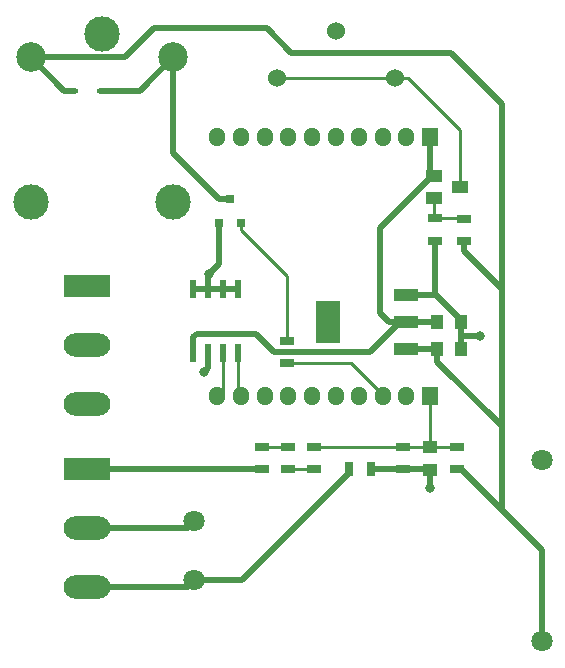
<source format=gbr>
G04 #@! TF.GenerationSoftware,KiCad,Pcbnew,no-vcs-found-7664~57~ubuntu16.10.1*
G04 #@! TF.CreationDate,2017-02-19T10:59:36+01:00*
G04 #@! TF.ProjectId,relayboard,72656C6179626F6172642E6B69636164,rev?*
G04 #@! TF.FileFunction,Copper,L2,Bot,Signal*
G04 #@! TF.FilePolarity,Positive*
%FSLAX46Y46*%
G04 Gerber Fmt 4.6, Leading zero omitted, Abs format (unit mm)*
G04 Created by KiCad (PCBNEW no-vcs-found-7664~57~ubuntu16.10.1) date Sun Feb 19 10:59:36 2017*
%MOMM*%
%LPD*%
G01*
G04 APERTURE LIST*
%ADD10C,0.100000*%
%ADD11C,1.800000*%
%ADD12C,1.524000*%
%ADD13R,3.960000X1.980000*%
%ADD14O,3.960000X1.980000*%
%ADD15R,1.300000X0.700000*%
%ADD16R,0.700000X1.300000*%
%ADD17R,0.600000X1.550000*%
%ADD18O,1.360000X1.600000*%
%ADD19R,1.360000X1.600000*%
%ADD20R,1.000000X1.250000*%
%ADD21R,1.250000X1.000000*%
%ADD22R,0.590000X0.450000*%
%ADD23C,2.500000*%
%ADD24C,3.000000*%
%ADD25R,1.400000X1.000000*%
%ADD26R,0.800100X0.800100*%
%ADD27R,2.032000X1.016000*%
%ADD28R,2.032000X3.657600*%
%ADD29C,0.800000*%
%ADD30C,0.250000*%
%ADD31C,0.500000*%
G04 APERTURE END LIST*
D10*
D11*
X113063520Y-101534600D03*
X113063520Y-106534600D03*
X142463520Y-96334600D03*
X142463520Y-111734600D03*
D12*
X130075960Y-64018160D03*
X120075960Y-64018160D03*
X125075960Y-60018160D03*
D13*
X103952040Y-97099120D03*
D14*
X103952040Y-102099120D03*
X103952040Y-107099120D03*
D13*
X104007920Y-81633040D03*
D14*
X104007920Y-86633040D03*
X104007920Y-91633040D03*
D15*
X135341360Y-95249960D03*
X135341360Y-97149960D03*
D16*
X126161760Y-97134680D03*
X128061760Y-97134680D03*
D17*
X112969040Y-87271840D03*
X114239040Y-87271840D03*
X115509040Y-87271840D03*
X116779040Y-87271840D03*
X116779040Y-81871840D03*
X115509040Y-81871840D03*
X114239040Y-81871840D03*
X112969040Y-81871840D03*
D18*
X115021320Y-90984600D03*
X117021320Y-90984600D03*
X119021320Y-90984600D03*
X121021320Y-90984600D03*
X123021320Y-90984600D03*
X125021320Y-90984600D03*
X127021320Y-90984600D03*
X129021320Y-90984600D03*
X131021320Y-90984600D03*
D19*
X133021320Y-90984600D03*
X133021320Y-68984600D03*
D18*
X131021320Y-68984600D03*
X129021320Y-68984600D03*
X127021320Y-68984600D03*
X125021320Y-68984600D03*
X123021320Y-68984600D03*
X121021320Y-68984600D03*
X119021320Y-68984600D03*
X117021320Y-68984600D03*
X115021320Y-68984600D03*
D20*
X133650480Y-86959440D03*
X135650480Y-86959440D03*
X135649720Y-84678520D03*
X133649720Y-84678520D03*
D21*
X133004560Y-97245680D03*
X133004560Y-95245680D03*
D22*
X105047680Y-65100200D03*
X102937680Y-65100200D03*
D23*
X99253920Y-62288920D03*
D24*
X99253920Y-74488920D03*
X111253920Y-74488920D03*
D23*
X111253920Y-62288920D03*
D24*
X105253920Y-60288920D03*
D25*
X135565240Y-73258640D03*
X133365240Y-74208640D03*
X133365240Y-72308640D03*
D26*
X116067840Y-74282300D03*
X115117840Y-76281280D03*
X117017840Y-76281280D03*
D15*
X118765320Y-97155040D03*
X118765320Y-95255040D03*
X120975120Y-95244880D03*
X120975120Y-97144880D03*
X123184920Y-95244880D03*
X123184920Y-97144880D03*
X130764280Y-97149960D03*
X130764280Y-95249960D03*
X135864600Y-77830720D03*
X135864600Y-75930720D03*
X120909080Y-88193880D03*
X120909080Y-86293880D03*
X133416040Y-77790080D03*
X133416040Y-75890080D03*
D27*
X131023360Y-82392520D03*
X131023360Y-86964520D03*
X131023360Y-84678520D03*
D28*
X124419360Y-84678520D03*
D29*
X137231120Y-85836760D03*
X114269520Y-80604360D03*
X113903760Y-88935560D03*
X133045200Y-98739960D03*
D30*
X130075960Y-64018160D02*
X131153590Y-64018160D01*
X131153590Y-64018160D02*
X135565240Y-68429810D01*
X135565240Y-68429810D02*
X135565240Y-72508640D01*
X135565240Y-72508640D02*
X135565240Y-73258640D01*
X120075960Y-64018160D02*
X130075960Y-64018160D01*
D31*
X133416040Y-77790080D02*
X133416040Y-82319840D01*
X133416040Y-82319840D02*
X133488720Y-82392520D01*
X115117840Y-76281280D02*
X115117840Y-79756040D01*
X115117840Y-79756040D02*
X114269520Y-80604360D01*
X131023360Y-82392520D02*
X133488720Y-82392520D01*
X133488720Y-82392520D02*
X135649720Y-84553520D01*
X135649720Y-84553520D02*
X135649720Y-84678520D01*
X135650480Y-85836760D02*
X135650480Y-84679280D01*
X135650480Y-85836760D02*
X137231120Y-85836760D01*
X135650480Y-86959440D02*
X135650480Y-85836760D01*
X135650480Y-84679280D02*
X135649720Y-84678520D01*
X114239040Y-81871840D02*
X114239040Y-80634840D01*
X114239040Y-80634840D02*
X114269520Y-80604360D01*
X114239040Y-87271840D02*
X114239040Y-88600280D01*
X114239040Y-88600280D02*
X113903760Y-88935560D01*
X115509040Y-81871840D02*
X116779040Y-81871840D01*
X114239040Y-81871840D02*
X115509040Y-81871840D01*
X112969040Y-81871840D02*
X114239040Y-81871840D01*
X133004560Y-97245680D02*
X133004560Y-98699320D01*
X133004560Y-98699320D02*
X133045200Y-98739960D01*
X130764280Y-97149960D02*
X132908840Y-97149960D01*
X132908840Y-97149960D02*
X133004560Y-97245680D01*
X128061760Y-97134680D02*
X130749000Y-97134680D01*
X130749000Y-97134680D02*
X130764280Y-97149960D01*
X128762760Y-83933920D02*
X128762760Y-76711120D01*
X128762760Y-76711120D02*
X133165240Y-72308640D01*
X133165240Y-72308640D02*
X133365240Y-72308640D01*
X131023360Y-84678520D02*
X129507360Y-84678520D01*
X129507360Y-84678520D02*
X128762760Y-83933920D01*
X133021320Y-68984600D02*
X133021320Y-71964720D01*
X133021320Y-71964720D02*
X133365240Y-72308640D01*
X112969040Y-87271840D02*
X112969040Y-85996840D01*
X112969040Y-85996840D02*
X113286600Y-85679280D01*
X113286600Y-85679280D02*
X118257318Y-85679280D01*
X119825397Y-87247359D02*
X127946521Y-87247359D01*
X118257318Y-85679280D02*
X119825397Y-87247359D01*
X127946521Y-87247359D02*
X130515360Y-84678520D01*
X130515360Y-84678520D02*
X131023360Y-84678520D01*
X133649720Y-84678520D02*
X131023360Y-84678520D01*
D30*
X120909080Y-88193880D02*
X126350600Y-88193880D01*
X129021320Y-90864600D02*
X129021320Y-90984600D01*
X126350600Y-88193880D02*
X129021320Y-90864600D01*
X133416040Y-75890080D02*
X135823960Y-75890080D01*
X135823960Y-75890080D02*
X135864600Y-75930720D01*
X133365240Y-74208640D02*
X133365240Y-75839280D01*
X133365240Y-75839280D02*
X133416040Y-75890080D01*
X117017840Y-76281280D02*
X117017840Y-76931330D01*
X117017840Y-76931330D02*
X120909080Y-80822570D01*
X120909080Y-80822570D02*
X120909080Y-85693880D01*
X120909080Y-85693880D02*
X120909080Y-86293880D01*
X118765320Y-95255040D02*
X120964960Y-95255040D01*
X120964960Y-95255040D02*
X120975120Y-95244880D01*
X120975120Y-97144880D02*
X123184920Y-97144880D01*
X115509040Y-87271840D02*
X115509040Y-90496880D01*
X115509040Y-90496880D02*
X115021320Y-90984600D01*
X116779040Y-87271840D02*
X116779040Y-90742320D01*
X116779040Y-90742320D02*
X117021320Y-90984600D01*
D31*
X111253920Y-62288920D02*
X111253920Y-70368430D01*
X111253920Y-70368430D02*
X115167790Y-74282300D01*
X115167790Y-74282300D02*
X116067840Y-74282300D01*
X105047680Y-65100200D02*
X108442640Y-65100200D01*
X108442640Y-65100200D02*
X111253920Y-62288920D01*
X139080240Y-81896360D02*
X139080240Y-66207640D01*
X139080240Y-66207640D02*
X134767320Y-61894720D01*
X139080240Y-93514200D02*
X139080240Y-81896360D01*
X139080240Y-81896360D02*
X135864600Y-78680720D01*
X135864600Y-78680720D02*
X135864600Y-77830720D01*
X142463520Y-103972120D02*
X139080240Y-100588840D01*
X133650480Y-86959440D02*
X133650480Y-88084440D01*
X139080240Y-100588840D02*
X138348720Y-99857320D01*
X133650480Y-88084440D02*
X139080240Y-93514200D01*
X139080240Y-93514200D02*
X139080240Y-100588840D01*
X121285000Y-61894720D02*
X134767320Y-61894720D01*
X119192040Y-59801760D02*
X121285000Y-61894720D01*
X109677200Y-59801760D02*
X119192040Y-59801760D01*
X107190040Y-62288920D02*
X109677200Y-59801760D01*
X99253920Y-62288920D02*
X107190040Y-62288920D01*
X133650480Y-87084440D02*
X133650480Y-86959440D01*
X138348720Y-99857320D02*
X135641360Y-97149960D01*
X102937680Y-65100200D02*
X102065200Y-65100200D01*
X102065200Y-65100200D02*
X99253920Y-62288920D01*
X133650480Y-86959440D02*
X131028440Y-86959440D01*
X131028440Y-86959440D02*
X131023360Y-86964520D01*
X142463520Y-111734600D02*
X142463520Y-103972120D01*
X135641360Y-97149960D02*
X135341360Y-97149960D01*
D30*
X133004560Y-95245680D02*
X133004560Y-91001360D01*
X133004560Y-91001360D02*
X133021320Y-90984600D01*
X135341360Y-95249960D02*
X133008840Y-95249960D01*
X133008840Y-95249960D02*
X133004560Y-95245680D01*
X130764280Y-95249960D02*
X133000280Y-95249960D01*
X133000280Y-95249960D02*
X133004560Y-95245680D01*
X123184920Y-95244880D02*
X130759200Y-95244880D01*
X130759200Y-95244880D02*
X130764280Y-95249960D01*
D31*
X113063520Y-106534600D02*
X117061840Y-106534600D01*
X117061840Y-106534600D02*
X126161760Y-97434680D01*
X126161760Y-97434680D02*
X126161760Y-97134680D01*
X103952040Y-107099120D02*
X112499000Y-107099120D01*
X112499000Y-107099120D02*
X113063520Y-106534600D01*
X103952040Y-102099120D02*
X112499000Y-102099120D01*
X112499000Y-102099120D02*
X113063520Y-101534600D01*
X103952040Y-97099120D02*
X118709400Y-97099120D01*
X118709400Y-97099120D02*
X118765320Y-97155040D01*
M02*

</source>
